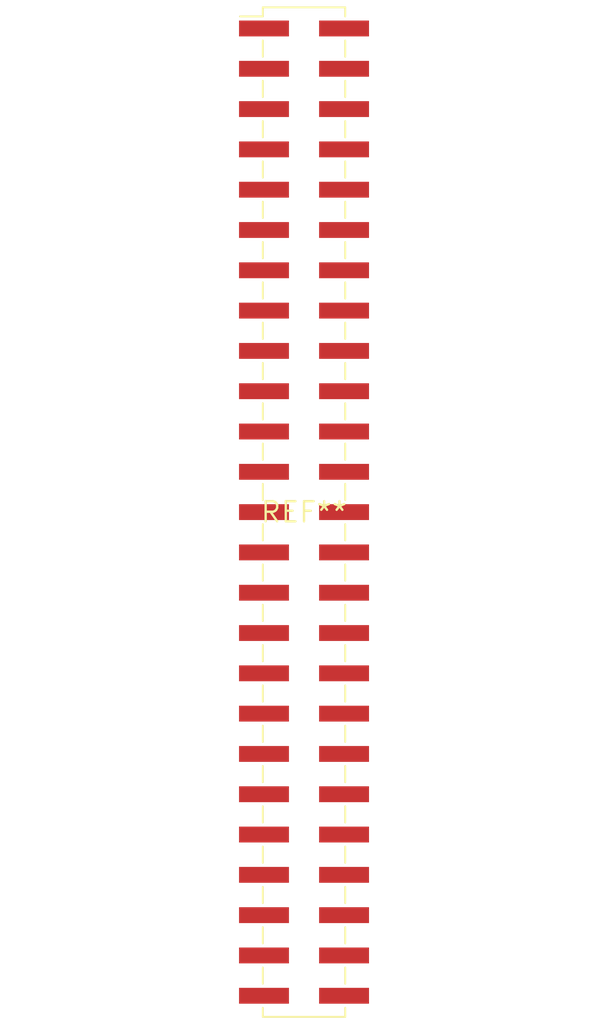
<source format=kicad_pcb>
(kicad_pcb (version 20240108) (generator pcbnew)
  (layers (0 "F.Cu" signal) (31 "B.Cu" signal) (34 "B.Paste" user) (35 "F.Paste" user) (36 "B.SilkS" user "B.Silkscreen") (37 "F.SilkS" user "F.Silkscreen") (38 "B.Mask" user) (39 "F.Mask" user) (44 "Edge.Cuts" user))
  (net 0 "")
  (footprint "PinHeader_2x25_P2.54mm_Vertical_SMD" (layer "F.Cu") (at 0 0)
    (property "Reference" "REF**")
    (property "Value" "PinHeader_2x25_P2.54mm_Vertical_SMD")
    (fp_line (start -4.04 -31.24) (end -2.6 -31.24) (layer "F.SilkS") (stroke (width 0.12)))
    (fp_line (start -2.6 -31.81) (end -2.6 -31.24) (layer "F.SilkS") (stroke (width 0.12)))
    (fp_line (start -2.6 -31.81) (end 2.6 -31.81) (layer "F.SilkS") (stroke (width 0.12)))
    (fp_line (start -2.6 -29.72) (end -2.6 -28.7) (layer "F.SilkS") (stroke (width 0.12)))
    (fp_line (start -2.6 -27.18) (end -2.6 -26.16) (layer "F.SilkS") (stroke (width 0.12)))
    (fp_line (start -2.6 -24.64) (end -2.6 -23.62) (layer "F.SilkS") (stroke (width 0.12)))
    (fp_line (start -2.6 -22.1) (end -2.6 -21.08) (layer "F.SilkS") (stroke (width 0.12)))
    (fp_line (start -2.6 -19.56) (end -2.6 -18.54) (layer "F.SilkS") (stroke (width 0.12)))
    (fp_line (start -2.6 -17.02) (end -2.6 -16) (layer "F.SilkS") (stroke (width 0.12)))
    (fp_line (start -2.6 -14.48) (end -2.6 -13.46) (layer "F.SilkS") (stroke (width 0.12)))
    (fp_line (start -2.6 -11.94) (end -2.6 -10.92) (layer "F.SilkS") (stroke (width 0.12)))
    (fp_line (start -2.6 -9.4) (end -2.6 -8.38) (layer "F.SilkS") (stroke (width 0.12)))
    (fp_line (start -2.6 -6.86) (end -2.6 -5.84) (layer "F.SilkS") (stroke (width 0.12)))
    (fp_line (start -2.6 -4.32) (end -2.6 -3.3) (layer "F.SilkS") (stroke (width 0.12)))
    (fp_line (start -2.6 -1.78) (end -2.6 -0.76) (layer "F.SilkS") (stroke (width 0.12)))
    (fp_line (start -2.6 0.76) (end -2.6 1.78) (layer "F.SilkS") (stroke (width 0.12)))
    (fp_line (start -2.6 3.3) (end -2.6 4.32) (layer "F.SilkS") (stroke (width 0.12)))
    (fp_line (start -2.6 5.84) (end -2.6 6.86) (layer "F.SilkS") (stroke (width 0.12)))
    (fp_line (start -2.6 8.38) (end -2.6 9.4) (layer "F.SilkS") (stroke (width 0.12)))
    (fp_line (start -2.6 10.92) (end -2.6 11.94) (layer "F.SilkS") (stroke (width 0.12)))
    (fp_line (start -2.6 13.46) (end -2.6 14.48) (layer "F.SilkS") (stroke (width 0.12)))
    (fp_line (start -2.6 16) (end -2.6 17.02) (layer "F.SilkS") (stroke (width 0.12)))
    (fp_line (start -2.6 18.54) (end -2.6 19.56) (layer "F.SilkS") (stroke (width 0.12)))
    (fp_line (start -2.6 21.08) (end -2.6 22.1) (layer "F.SilkS") (stroke (width 0.12)))
    (fp_line (start -2.6 23.62) (end -2.6 24.64) (layer "F.SilkS") (stroke (width 0.12)))
    (fp_line (start -2.6 26.16) (end -2.6 27.18) (layer "F.SilkS") (stroke (width 0.12)))
    (fp_line (start -2.6 28.7) (end -2.6 29.72) (layer "F.SilkS") (stroke (width 0.12)))
    (fp_line (start -2.6 31.24) (end -2.6 31.81) (layer "F.SilkS") (stroke (width 0.12)))
    (fp_line (start -2.6 31.81) (end 2.6 31.81) (layer "F.SilkS") (stroke (width 0.12)))
    (fp_line (start 2.6 -31.81) (end 2.6 -31.24) (layer "F.SilkS") (stroke (width 0.12)))
    (fp_line (start 2.6 -29.72) (end 2.6 -28.7) (layer "F.SilkS") (stroke (width 0.12)))
    (fp_line (start 2.6 -27.18) (end 2.6 -26.16) (layer "F.SilkS") (stroke (width 0.12)))
    (fp_line (start 2.6 -24.64) (end 2.6 -23.62) (layer "F.SilkS") (stroke (width 0.12)))
    (fp_line (start 2.6 -22.1) (end 2.6 -21.08) (layer "F.SilkS") (stroke (width 0.12)))
    (fp_line (start 2.6 -19.56) (end 2.6 -18.54) (layer "F.SilkS") (stroke (width 0.12)))
    (fp_line (start 2.6 -17.02) (end 2.6 -16) (layer "F.SilkS") (stroke (width 0.12)))
    (fp_line (start 2.6 -14.48) (end 2.6 -13.46) (layer "F.SilkS") (stroke (width 0.12)))
    (fp_line (start 2.6 -11.94) (end 2.6 -10.92) (layer "F.SilkS") (stroke (width 0.12)))
    (fp_line (start 2.6 -9.4) (end 2.6 -8.38) (layer "F.SilkS") (stroke (width 0.12)))
    (fp_line (start 2.6 -6.86) (end 2.6 -5.84) (layer "F.SilkS") (stroke (width 0.12)))
    (fp_line (start 2.6 -4.32) (end 2.6 -3.3) (layer "F.SilkS") (stroke (width 0.12)))
    (fp_line (start 2.6 -1.78) (end 2.6 -0.76) (layer "F.SilkS") (stroke (width 0.12)))
    (fp_line (start 2.6 0.76) (end 2.6 1.78) (layer "F.SilkS") (stroke (width 0.12)))
    (fp_line (start 2.6 3.3) (end 2.6 4.32) (layer "F.SilkS") (stroke (width 0.12)))
    (fp_line (start 2.6 5.84) (end 2.6 6.86) (layer "F.SilkS") (stroke (width 0.12)))
    (fp_line (start 2.6 8.38) (end 2.6 9.4) (layer "F.SilkS") (stroke (width 0.12)))
    (fp_line (start 2.6 10.92) (end 2.6 11.94) (layer "F.SilkS") (stroke (width 0.12)))
    (fp_line (start 2.6 13.46) (end 2.6 14.48) (layer "F.SilkS") (stroke (width 0.12)))
    (fp_line (start 2.6 16) (end 2.6 17.02) (layer "F.SilkS") (stroke (width 0.12)))
    (fp_line (start 2.6 18.54) (end 2.6 19.56) (layer "F.SilkS") (stroke (width 0.12)))
    (fp_line (start 2.6 21.08) (end 2.6 22.1) (layer "F.SilkS") (stroke (width 0.12)))
    (fp_line (start 2.6 23.62) (end 2.6 24.64) (layer "F.SilkS") (stroke (width 0.12)))
    (fp_line (start 2.6 26.16) (end 2.6 27.18) (layer "F.SilkS") (stroke (width 0.12)))
    (fp_line (start 2.6 28.7) (end 2.6 29.72) (layer "F.SilkS") (stroke (width 0.12)))
    (fp_line (start 2.6 31.24) (end 2.6 31.81) (layer "F.SilkS") (stroke (width 0.12)))
    (pad "1" smd rect (at -2.525 -30.48) (size 3.15 1) (layers "F.Cu" "F.Paste" "F.Mask"))
    (pad "2" smd rect (at 2.525 -30.48) (size 3.15 1) (layers "F.Cu" "F.Paste" "F.Mask"))
    (pad "3" smd rect (at -2.525 -27.94) (size 3.15 1) (layers "F.Cu" "F.Paste" "F.Mask"))
    (pad "4" smd rect (at 2.525 -27.94) (size 3.15 1) (layers "F.Cu" "F.Paste" "F.Mask"))
    (pad "5" smd rect (at -2.525 -25.4) (size 3.15 1) (layers "F.Cu" "F.Paste" "F.Mask"))
    (pad "6" smd rect (at 2.525 -25.4) (size 3.15 1) (layers "F.Cu" "F.Paste" "F.Mask"))
    (pad "7" smd rect (at -2.525 -22.86) (size 3.15 1) (layers "F.Cu" "F.Paste" "F.Mask"))
    (pad "8" smd rect (at 2.525 -22.86) (size 3.15 1) (layers "F.Cu" "F.Paste" "F.Mask"))
    (pad "9" smd rect (at -2.525 -20.32) (size 3.15 1) (layers "F.Cu" "F.Paste" "F.Mask"))
    (pad "10" smd rect (at 2.525 -20.32) (size 3.15 1) (layers "F.Cu" "F.Paste" "F.Mask"))
    (pad "11" smd rect (at -2.525 -17.78) (size 3.15 1) (layers "F.Cu" "F.Paste" "F.Mask"))
    (pad "12" smd rect (at 2.525 -17.78) (size 3.15 1) (layers "F.Cu" "F.Paste" "F.Mask"))
    (pad "13" smd rect (at -2.525 -15.24) (size 3.15 1) (layers "F.Cu" "F.Paste" "F.Mask"))
    (pad "14" smd rect (at 2.525 -15.24) (size 3.15 1) (layers "F.Cu" "F.Paste" "F.Mask"))
    (pad "15" smd rect (at -2.525 -12.7) (size 3.15 1) (layers "F.Cu" "F.Paste" "F.Mask"))
    (pad "16" smd rect (at 2.525 -12.7) (size 3.15 1) (layers "F.Cu" "F.Paste" "F.Mask"))
    (pad "17" smd rect (at -2.525 -10.16) (size 3.15 1) (layers "F.Cu" "F.Paste" "F.Mask"))
    (pad "18" smd rect (at 2.525 -10.16) (size 3.15 1) (layers "F.Cu" "F.Paste" "F.Mask"))
    (pad "19" smd rect (at -2.525 -7.62) (size 3.15 1) (layers "F.Cu" "F.Paste" "F.Mask"))
    (pad "20" smd rect (at 2.525 -7.62) (size 3.15 1) (layers "F.Cu" "F.Paste" "F.Mask"))
    (pad "21" smd rect (at -2.525 -5.08) (size 3.15 1) (layers "F.Cu" "F.Paste" "F.Mask"))
    (pad "22" smd rect (at 2.525 -5.08) (size 3.15 1) (layers "F.Cu" "F.Paste" "F.Mask"))
    (pad "23" smd rect (at -2.525 -2.54) (size 3.15 1) (layers "F.Cu" "F.Paste" "F.Mask"))
    (pad "24" smd rect (at 2.525 -2.54) (size 3.15 1) (layers "F.Cu" "F.Paste" "F.Mask"))
    (pad "25" smd rect (at -2.525 0) (size 3.15 1) (layers "F.Cu" "F.Paste" "F.Mask"))
    (pad "26" smd rect (at 2.525 0) (size 3.15 1) (layers "F.Cu" "F.Paste" "F.Mask"))
    (pad "27" smd rect (at -2.525 2.54) (size 3.15 1) (layers "F.Cu" "F.Paste" "F.Mask"))
    (pad "28" smd rect (at 2.525 2.54) (size 3.15 1) (layers "F.Cu" "F.Paste" "F.Mask"))
    (pad "29" smd rect (at -2.525 5.08) (size 3.15 1) (layers "F.Cu" "F.Paste" "F.Mask"))
    (pad "30" smd rect (at 2.525 5.08) (size 3.15 1) (layers "F.Cu" "F.Paste" "F.Mask"))
    (pad "31" smd rect (at -2.525 7.62) (size 3.15 1) (layers "F.Cu" "F.Paste" "F.Mask"))
    (pad "32" smd rect (at 2.525 7.62) (size 3.15 1) (layers "F.Cu" "F.Paste" "F.Mask"))
    (pad "33" smd rect (at -2.525 10.16) (size 3.15 1) (layers "F.Cu" "F.Paste" "F.Mask"))
    (pad "34" smd rect (at 2.525 10.16) (size 3.15 1) (layers "F.Cu" "F.Paste" "F.Mask"))
    (pad "35" smd rect (at -2.525 12.7) (size 3.15 1) (layers "F.Cu" "F.Paste" "F.Mask"))
    (pad "36" smd rect (at 2.525 12.7) (size 3.15 1) (layers "F.Cu" "F.Paste" "F.Mask"))
    (pad "37" smd rect (at -2.525 15.24) (size 3.15 1) (layers "F.Cu" "F.Paste" "F.Mask"))
    (pad "38" smd rect (at 2.525 15.24) (size 3.15 1) (layers "F.Cu" "F.Paste" "F.Mask"))
    (pad "39" smd rect (at -2.525 17.78) (size 3.15 1) (layers "F.Cu" "F.Paste" "F.Mask"))
    (pad "40" smd rect (at 2.525 17.78) (size 3.15 1) (layers "F.Cu" "F.Paste" "F.Mask"))
    (pad "41" smd rect (at -2.525 20.32) (size 3.15 1) (layers "F.Cu" "F.Paste" "F.Mask"))
    (pad "42" smd rect (at 2.525 20.32) (size 3.15 1) (layers "F.Cu" "F.Paste" "F.Mask"))
    (pad "43" smd rect (at -2.525 22.86) (size 3.15 1) (layers "F.Cu" "F.Paste" "F.Mask"))
    (pad "44" smd rect (at 2.525 22.86) (size 3.15 1) (layers "F.Cu" "F.Paste" "F.Mask"))
    (pad "45" smd rect (at -2.525 25.4) (size 3.15 1) (layers "F.Cu" "F.Paste" "F.Mask"))
    (pad "46" smd rect (at 2.525 25.4) (size 3.15 1) (layers "F.Cu" "F.Paste" "F.Mask"))
    (pad "47" smd rect (at -2.525 27.94) (size 3.15 1) (layers "F.Cu" "F.Paste" "F.Mask"))
    (pad "48" smd rect (at 2.525 27.94) (size 3.15 1) (layers "F.Cu" "F.Paste" "F.Mask"))
    (pad "49" smd rect (at -2.525 30.48) (size 3.15 1) (layers "F.Cu" "F.Paste" "F.Mask"))
    (pad "50" smd rect (at 2.525 30.48) (size 3.15 1) (layers "F.Cu" "F.Paste" "F.Mask"))
  )
)
</source>
